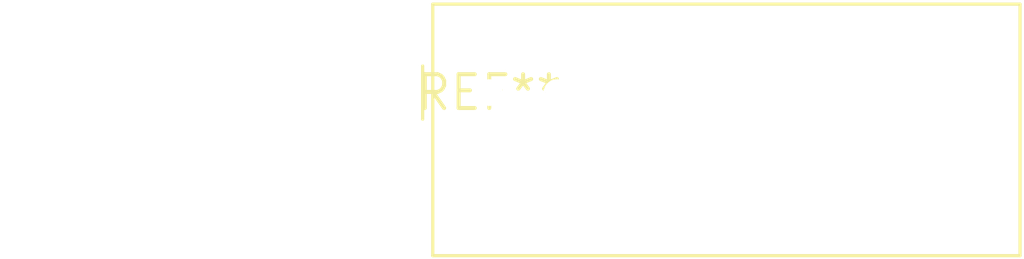
<source format=kicad_pcb>
(kicad_pcb (version 20240108) (generator pcbnew)
  (layers (0 "F.Cu" signal) (31 "B.Cu" signal) (34 "B.Paste" user) (35 "F.Paste" user) (36 "B.SilkS" user "B.Silkscreen") (37 "F.SilkS" user "F.Silkscreen") (38 "B.Mask" user) (39 "F.Mask" user) (44 "Edge.Cuts" user))
  (net 0 "")
  (footprint "Converter_DCDC_TRACO_TMR-xxxx_THT" (layer "F.Cu") (at 0 0)
    (property "Reference" "REF**")
    (property "Value" "Converter_DCDC_TRACO_TMR-xxxx_THT")
    (fp_line (start -2.5 -1) (end -2.5 1) (layer "F.SilkS") (stroke (width 0.12)))
    (fp_line (start -2.12 -3.32) (end 19.92 -3.32) (layer "F.SilkS") (stroke (width 0.12)))
    (fp_line (start -2.12 6.12) (end -2.12 -3.32) (layer "F.SilkS") (stroke (width 0.12)))
    (fp_line (start 19.92 -3.32) (end 19.92 6.12) (layer "F.SilkS") (stroke (width 0.12)))
    (fp_line (start 19.92 6.12) (end -2.12 6.12) (layer "F.SilkS") (stroke (width 0.12)))
    (pad "1" thru_hole rect (at 0 0) (size 1.5 3) (drill 1) (layers *.Cu *.Mask) (remove_unused_layers))
    (pad "2" thru_hole oval (at 2.54 0) (size 1.5 3) (drill 1) (layers *.Cu *.Mask) (remove_unused_layers))
    (pad "3" thru_hole oval (at 5.08 0) (size 1.5 3) (drill 1) (layers *.Cu *.Mask) (remove_unused_layers))
    (pad "5" thru_hole oval (at 10.16 0) (size 1.5 3) (drill 1) (layers *.Cu *.Mask) (remove_unused_layers))
    (pad "6" thru_hole oval (at 12.7 0) (size 1.5 3) (drill 1) (layers *.Cu *.Mask) (remove_unused_layers))
    (pad "7" thru_hole oval (at 15.24 0) (size 1.5 3) (drill 1) (layers *.Cu *.Mask) (remove_unused_layers))
    (pad "8" thru_hole oval (at 17.78 0) (size 1.5 3) (drill 1) (layers *.Cu *.Mask) (remove_unused_layers))
  )
)
</source>
